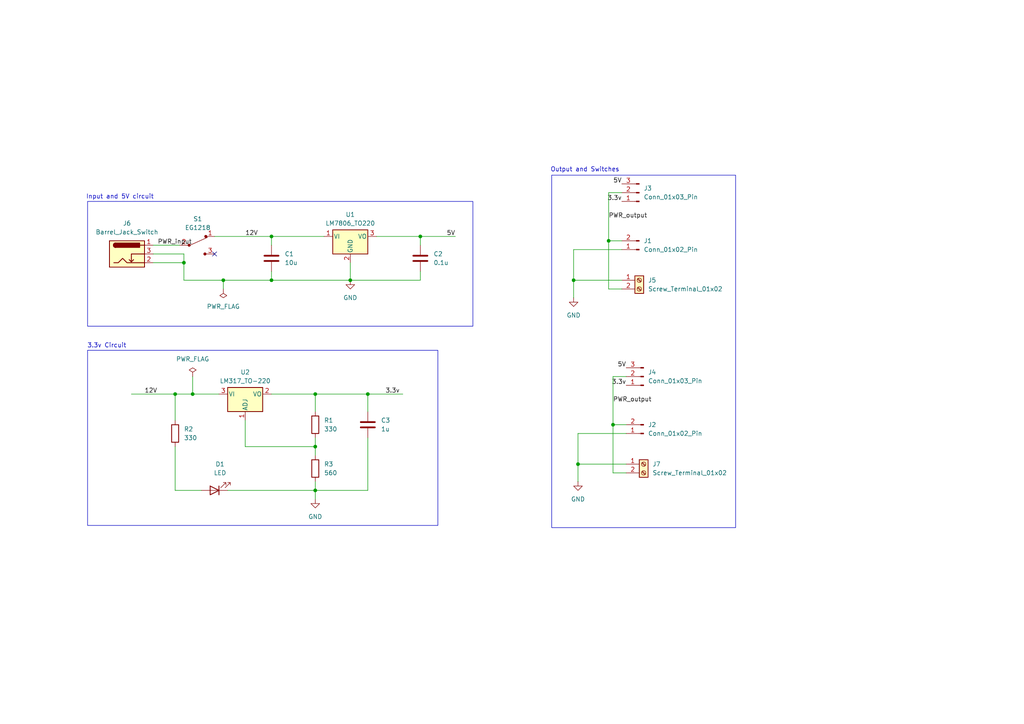
<source format=kicad_sch>
(kicad_sch (version 20250114) (generator "eeschema") (generator_version "9.0")
  (paper "A4")
  (title_block (title "POWER_SUPPLY_BB") (date "2025-04-23") (rev "0.0.2") (company "Gobal Krishnan"))
  (lib_symbols
    (symbol "Connector:Barrel_Jack_Switch" (pin_names (hide yes))
      (property "Reference" "J" (at 0 5.334 0))
      (property "Value" "Barrel_Jack_Switch" (at 0 -5.08 0))
      (symbol "Barrel_Jack_Switch_0_1"
        (rectangle (start -5.08 3.81) (end 5.08 -3.81) (stroke (width 0.254)) (fill (type background)))
        (polyline (pts (xy -3.81 -2.54) (xy -2.54 -2.54) (xy -1.27 -1.27) (xy 0 -2.54) (xy 2.54 -2.54) (xy 5.08 -2.54)) (stroke (width 0.254)))
        (arc (start -3.302 1.905) (mid -3.9343 2.54) (end -3.302 3.175) (stroke (width 0.254)))
        (arc (start -3.302 1.905) (mid -3.9343 2.54) (end -3.302 3.175) (stroke (width 0.254)) (fill (type outline)))
        (polyline (pts (xy 1.27 -2.286) (xy 1.905 -1.651)) (stroke (width 0.254)))
        (rectangle (start 3.683 3.175) (end -3.302 1.905) (stroke (width 0.254)) (fill (type outline)))
        (polyline (pts (xy 5.08 2.54) (xy 3.81 2.54)) (stroke (width 0.254)))
        (polyline (pts (xy 5.08 0) (xy 1.27 0) (xy 1.27 -2.286) (xy 0.635 -1.651)) (stroke (width 0.254)))
      )
      (symbol "Barrel_Jack_Switch_1_1"
        (pin passive line (at 7.62 2.54 180) (length 2.54) (name "~") (number "1"))
        (pin passive line (at 7.62 0 180) (length 2.54) (name "~") (number "3"))
        (pin passive line (at 7.62 -2.54 180) (length 2.54) (name "~") (number "2"))
      )
    )
    (symbol "Connector:Conn_01x02_Pin" (pin_names (offset 1.016) (hide yes))
      (property "Reference" "J" (at 0 2.54 0))
      (property "Value" "Conn_01x02_Pin" (at 0 -5.08 0))
      (symbol "Conn_01x02_Pin_1_1"
        (rectangle (start 0.8636 0.127) (end 0 -0.127) (stroke (width 0.1524)) (fill (type outline)))
        (rectangle (start 0.8636 -2.413) (end 0 -2.667) (stroke (width 0.1524)) (fill (type outline)))
        (polyline (pts (xy 1.27 0) (xy 0.8636 0)) (stroke (width 0.1524)))
        (polyline (pts (xy 1.27 -2.54) (xy 0.8636 -2.54)) (stroke (width 0.1524)))
        (pin passive line (at 5.08 0 180) (length 3.81) (name "Pin_1") (number "1"))
        (pin passive line (at 5.08 -2.54 180) (length 3.81) (name "Pin_2") (number "2"))
      )
    )
    (symbol "Connector:Conn_01x03_Pin" (pin_names (offset 1.016) (hide yes))
      (property "Reference" "J" (at 0 5.08 0))
      (property "Value" "Conn_01x03_Pin" (at 0 -5.08 0))
      (symbol "Conn_01x03_Pin_1_1"
        (rectangle (start 0.8636 2.667) (end 0 2.413) (stroke (width 0.1524)) (fill (type outline)))
        (rectangle (start 0.8636 0.127) (end 0 -0.127) (stroke (width 0.1524)) (fill (type outline)))
        (rectangle (start 0.8636 -2.413) (end 0 -2.667) (stroke (width 0.1524)) (fill (type outline)))
        (polyline (pts (xy 1.27 2.54) (xy 0.8636 2.54)) (stroke (width 0.1524)))
        (polyline (pts (xy 1.27 0) (xy 0.8636 0)) (stroke (width 0.1524)))
        (polyline (pts (xy 1.27 -2.54) (xy 0.8636 -2.54)) (stroke (width 0.1524)))
        (pin passive line (at 5.08 2.54 180) (length 3.81) (name "Pin_1") (number "1"))
        (pin passive line (at 5.08 0 180) (length 3.81) (name "Pin_2") (number "2"))
        (pin passive line (at 5.08 -2.54 180) (length 3.81) (name "Pin_3") (number "3"))
      )
    )
    (symbol "Connector:Screw_Terminal_01x02" (pin_names (offset 1.016) (hide yes))
      (property "Reference" "J" (at 0 2.54 0))
      (property "Value" "Screw_Terminal_01x02" (at 0 -5.08 0))
      (symbol "Screw_Terminal_01x02_1_1"
        (rectangle (start -1.27 1.27) (end 1.27 -3.81) (stroke (width 0.254)) (fill (type background)))
        (polyline (pts (xy -0.5334 0.3302) (xy 0.3302 -0.508)) (stroke (width 0.1524)))
        (polyline (pts (xy -0.5334 -2.2098) (xy 0.3302 -3.048)) (stroke (width 0.1524)))
        (polyline (pts (xy -0.3556 0.508) (xy 0.508 -0.3302)) (stroke (width 0.1524)))
        (polyline (pts (xy -0.3556 -2.032) (xy 0.508 -2.8702)) (stroke (width 0.1524)))
        (circle (center 0 0) (radius 0.635) (stroke (width 0.1524)))
        (circle (center 0 -2.54) (radius 0.635) (stroke (width 0.1524)))
        (pin passive line (at -5.08 0 0) (length 3.81) (name "Pin_1") (number "1"))
        (pin passive line (at -5.08 -2.54 0) (length 3.81) (name "Pin_2") (number "2"))
      )
    )
    (symbol "Device:C" (pin_numbers (hide yes)) (pin_names (offset 0.254))
      (property "Reference" "C" (at 0.635 2.54 0))
      (property "Value" "C" (at 0.635 -2.54 0))
      (symbol "C_0_1"
        (polyline (pts (xy -2.032 0.762) (xy 2.032 0.762)) (stroke (width 0.508)))
        (polyline (pts (xy -2.032 -0.762) (xy 2.032 -0.762)) (stroke (width 0.508)))
      )
      (symbol "C_1_1"
        (pin passive line (at 0 3.81 270) (length 2.794) (name "~") (number "1"))
        (pin passive line (at 0 -3.81 90) (length 2.794) (name "~") (number "2"))
      )
    )
    (symbol "Device:LED" (pin_numbers (hide yes)) (pin_names (offset 1.016) (hide yes))
      (property "Reference" "D" (at 0 2.54 0))
      (property "Value" "LED" (at 0 -2.54 0))
      (symbol "LED_0_1"
        (polyline (pts (xy -3.048 -0.762) (xy -4.572 -2.286) (xy -3.81 -2.286) (xy -4.572 -2.286) (xy -4.572 -1.524)))
        (polyline (pts (xy -1.778 -0.762) (xy -3.302 -2.286) (xy -2.54 -2.286) (xy -3.302 -2.286) (xy -3.302 -1.524)))
        (polyline (pts (xy -1.27 0) (xy 1.27 0)))
        (polyline (pts (xy -1.27 -1.27) (xy -1.27 1.27)) (stroke (width 0.254)))
        (polyline (pts (xy 1.27 -1.27) (xy 1.27 1.27) (xy -1.27 0) (xy 1.27 -1.27)) (stroke (width 0.254)))
      )
      (symbol "LED_1_1"
        (pin passive line (at -3.81 0 0) (length 2.54) (name "K") (number "1"))
        (pin passive line (at 3.81 0 180) (length 2.54) (name "A") (number "2"))
      )
    )
    (symbol "Device:R" (pin_numbers (hide yes)) (pin_names (offset 0))
      (property "Reference" "R" (at 2.032 0 90))
      (property "Value" "R" (at 0 0 90))
      (symbol "R_0_1"
        (rectangle (start -1.016 -2.54) (end 1.016 2.54) (stroke (width 0.254)))
      )
      (symbol "R_1_1"
        (pin passive line (at 0 3.81 270) (length 1.27) (name "~") (number "1"))
        (pin passive line (at 0 -3.81 90) (length 1.27) (name "~") (number "2"))
      )
    )
    (symbol "Regulator_Linear:LM317_TO-220" (pin_names (offset 0.254))
      (property "Reference" "U" (at -3.81 3.175 0))
      (property "Value" "LM317_TO-220" (at 0 3.175 0))
      (symbol "LM317_TO-220_0_1"
        (rectangle (start -5.08 1.905) (end 5.08 -5.08) (stroke (width 0.254)) (fill (type background)))
      )
      (symbol "LM317_TO-220_1_1"
        (pin power_in line (at -7.62 0 0) (length 2.54) (name "VI") (number "3"))
        (pin input line (at 0 -7.62 90) (length 2.54) (name "ADJ") (number "1"))
        (pin power_out line (at 7.62 0 180) (length 2.54) (name "VO") (number "2"))
      )
    )
    (symbol "Regulator_Linear:LM7806_TO220" (pin_names (offset 0.254))
      (property "Reference" "U" (at -3.81 3.175 0))
      (property "Value" "LM7806_TO220" (at 0 3.175 0))
      (symbol "LM7806_TO220_0_1"
        (rectangle (start -5.08 1.905) (end 5.08 -5.08) (stroke (width 0.254)) (fill (type background)))
      )
      (symbol "LM7806_TO220_1_1"
        (pin power_in line (at -7.62 0 0) (length 2.54) (name "VI") (number "1"))
        (pin power_in line (at 0 -7.62 90) (length 2.54) (name "GND") (number "2"))
        (pin power_out line (at 7.62 0 180) (length 2.54) (name "VO") (number "3"))
      )
    )
    (symbol "dk_Slide-Switches:EG1218" (pin_names (offset 0))
      (property "Reference" "S" (at -3.81 2.286 0))
      (property "Value" "EG1218" (at 0 -5.334 0))
      (symbol "EG1218_0_1"
        (circle (center -2.286 0) (radius 0.3556) (fill (type outline)))
        (polyline (pts (xy -2.032 0) (xy 3.048 2.286)))
        (circle (center 2.286 -2.54) (radius 0.3556) (fill (type outline)))
        (circle (center 2.54 2.54) (radius 0.3556) (fill (type outline)))
      )
      (symbol "EG1218_1_1"
        (pin passive line (at -5.08 0 0) (length 2.54) (name "~") (number "2"))
        (pin passive line (at 5.08 2.54 180) (length 2.54) (name "~") (number "1"))
        (pin passive line (at 5.08 -2.54 180) (length 2.54) (name "~") (number "3"))
      )
    )
    (symbol "power:GND" (power) (pin_numbers (hide yes)) (pin_names (offset 0) (hide yes))
      (property "Value" "GND" (at 0 -3.81 0))
      (symbol "GND_0_1"
        (polyline (pts (xy 0 0) (xy 0 -1.27) (xy 1.27 -1.27) (xy 0 -2.54) (xy -1.27 -1.27) (xy 0 -1.27)))
      )
      (symbol "GND_1_1"
        (pin power_in line (at 0 0 270) (length 0) (name "~") (number "1"))
      )
    )
    (symbol "power:PWR_FLAG" (power) (pin_numbers (hide yes)) (pin_names (offset 0) (hide yes))
      (property "Value" "PWR_FLAG" (at 0 3.81 0))
      (symbol "PWR_FLAG_0_0"
        (pin power_out line (at 0 0 90) (length 0) (name "~") (number "1"))
      )
      (symbol "PWR_FLAG_0_1"
        (polyline (pts (xy 0 0) (xy 0 1.27) (xy -1.016 1.905) (xy 0 2.54) (xy 1.016 1.905) (xy 0 1.27)))
      )
    )
  )
  (rectangle (start 25.4 101.6) (end 127 152.4))
  (rectangle (start 160.02 50.8) (end 213.36 153.035))
  (rectangle (start 25.4 58.42) (end 137.16 94.615))
  (text "3.3v Circuit" (at 30.988 100.33 0) (effects (font (size 1.27 1.27))))
  (text "Output and Switches" (at 169.672 49.276 0) (effects (font (size 1.27 1.27))))
  (text "Input and 5V circuit" (at 34.798 57.15 0) (effects (font (size 1.27 1.27))))
  (junction (at 106.68 114.3))
  (junction (at 121.92 68.58))
  (junction (at 167.64 134.62))
  (junction (at 64.77 81.28))
  (junction (at 101.6 81.28))
  (junction (at 91.44 114.3))
  (junction (at 177.8 123.19))
  (junction (at 91.44 129.54))
  (junction (at 176.53 69.85))
  (junction (at 53.34 76.2))
  (junction (at 78.74 81.28))
  (junction (at 78.74 68.58))
  (junction (at 55.88 114.3))
  (junction (at 91.44 142.24))
  (junction (at 50.8 114.3))
  (junction (at 166.37 81.28))
  (no_connect (at 62.23 73.66))
  (wire (pts (xy 91.44 129.54) (xy 91.44 132.08)))
  (wire (pts (xy 78.74 114.3) (xy 91.44 114.3)))
  (wire (pts (xy 181.61 125.73) (xy 167.64 125.73)))
  (wire (pts (xy 78.74 78.74) (xy 78.74 81.28)))
  (wire (pts (xy 121.92 78.74) (xy 121.92 81.28)))
  (wire (pts (xy 177.8 123.19) (xy 177.8 109.22)))
  (wire (pts (xy 176.53 55.88) (xy 180.34 55.88)))
  (wire (pts (xy 167.64 139.7) (xy 167.64 134.62)))
  (wire (pts (xy 78.74 81.28) (xy 101.6 81.28)))
  (wire (pts (xy 176.53 69.85) (xy 176.53 55.88)))
  (wire (pts (xy 91.44 142.24) (xy 91.44 144.78)))
  (wire (pts (xy 53.34 76.2) (xy 53.34 81.28)))
  (wire (pts (xy 121.92 81.28) (xy 101.6 81.28)))
  (wire (pts (xy 106.68 119.38) (xy 106.68 114.3)))
  (wire (pts (xy 78.74 68.58) (xy 93.98 68.58)))
  (wire (pts (xy 91.44 142.24) (xy 91.44 139.7)))
  (wire (pts (xy 180.34 83.82) (xy 176.53 83.82)))
  (wire (pts (xy 71.12 129.54) (xy 91.44 129.54)))
  (wire (pts (xy 66.04 142.24) (xy 91.44 142.24)))
  (wire (pts (xy 180.34 72.39) (xy 166.37 72.39)))
  (wire (pts (xy 64.77 81.28) (xy 78.74 81.28)))
  (wire (pts (xy 176.53 83.82) (xy 176.53 69.85)))
  (wire (pts (xy 50.8 142.24) (xy 58.42 142.24)))
  (wire (pts (xy 55.88 114.3) (xy 63.5 114.3)))
  (wire (pts (xy 181.61 137.16) (xy 177.8 137.16)))
  (wire (pts (xy 53.34 73.66) (xy 53.34 76.2)))
  (wire (pts (xy 44.45 76.2) (xy 53.34 76.2)))
  (wire (pts (xy 55.88 109.22) (xy 55.88 114.3)))
  (wire (pts (xy 53.34 81.28) (xy 64.77 81.28)))
  (wire (pts (xy 177.8 137.16) (xy 177.8 123.19)))
  (wire (pts (xy 44.45 73.66) (xy 53.34 73.66)))
  (wire (pts (xy 50.8 114.3) (xy 55.88 114.3)))
  (wire (pts (xy 91.44 127) (xy 91.44 129.54)))
  (wire (pts (xy 180.34 69.85) (xy 176.53 69.85)))
  (wire (pts (xy 91.44 114.3) (xy 91.44 119.38)))
  (wire (pts (xy 109.22 68.58) (xy 121.92 68.58)))
  (wire (pts (xy 167.64 134.62) (xy 181.61 134.62)))
  (wire (pts (xy 50.8 129.54) (xy 50.8 142.24)))
  (wire (pts (xy 38.1 114.3) (xy 50.8 114.3)))
  (wire (pts (xy 181.61 123.19) (xy 177.8 123.19)))
  (wire (pts (xy 166.37 86.36) (xy 166.37 81.28)))
  (wire (pts (xy 106.68 114.3) (xy 116.84 114.3)))
  (wire (pts (xy 50.8 121.92) (xy 50.8 114.3)))
  (wire (pts (xy 101.6 76.2) (xy 101.6 81.28)))
  (wire (pts (xy 121.92 68.58) (xy 132.08 68.58)))
  (wire (pts (xy 166.37 72.39) (xy 166.37 81.28)))
  (wire (pts (xy 71.12 121.92) (xy 71.12 129.54)))
  (wire (pts (xy 106.68 114.3) (xy 91.44 114.3)))
  (wire (pts (xy 44.45 71.12) (xy 52.07 71.12)))
  (wire (pts (xy 64.77 81.28) (xy 64.77 83.82)))
  (wire (pts (xy 167.64 125.73) (xy 167.64 134.62)))
  (wire (pts (xy 166.37 81.28) (xy 180.34 81.28)))
  (wire (pts (xy 121.92 71.12) (xy 121.92 68.58)))
  (wire (pts (xy 177.8 109.22) (xy 181.61 109.22)))
  (wire (pts (xy 106.68 127) (xy 106.68 142.24)))
  (wire (pts (xy 62.23 68.58) (xy 78.74 68.58)))
  (wire (pts (xy 106.68 142.24) (xy 91.44 142.24)))
  (wire (pts (xy 78.74 71.12) (xy 78.74 68.58)))
  (label "3.3v" (at 181.61 111.76 180))
  (label "PWR_output" (at 177.8 116.84 0))
  (label "5V" (at 180.34 53.34 180))
  (label "3.3v" (at 180.34 58.42 180))
  (label "5V" (at 181.61 106.68 180))
  (label "PWR_input" (at 45.72 71.12 0))
  (label "PWR_output" (at 176.53 63.5 0))
  (label "12V" (at 71.12 68.58 0))
  (label "5V" (at 129.54 68.58 0))
  (label "3.3v" (at 111.76 114.3 0))
  (label "12V" (at 41.91 114.3 0))
  (symbol (lib_id "Device:C") (at 121.92 74.93 0) (unit 1)
    (property "Reference" "C2" (at 125.73 73.6599 0) (effects (justify left)))
    (property "Value" "0.1u" (at 125.73 76.1999 0) (effects (justify left)))
    (property "Footprint" "Capacitor_THT:C_Disc_D3.0mm_W1.6mm_P2.50mm" (effects (hide yes)))
    (property "Description" "Unpolarized capacitor" (effects (hide yes)))
  )
  (symbol (lib_id "Connector:Conn_01x03_Pin") (at 186.69 109.22 180) (unit 1)
    (property "Reference" "J4" (at 187.96 107.9499 0) (effects (justify right)))
    (property "Value" "Conn_01x03_Pin" (at 187.96 110.4899 0) (effects (justify right)))
    (property "Footprint" "Connector_PinHeader_2.54mm:PinHeader_1x03_P2.54mm_Vertical" (effects (hide yes)))
    (property "Description" "Generic connector, single row, 01x03, script generated" (effects (hide yes)))
  )
  (symbol (lib_id "Connector:Screw_Terminal_01x02") (at 186.69 134.62 0) (unit 1)
    (property "Reference" "J7" (at 189.23 134.6199 0) (effects (justify left)))
    (property "Value" "Screw_Terminal_01x02" (at 189.23 137.1599 0) (effects (justify left)))
    (property "Footprint" "TerminalBlock:TerminalBlock_bornier-2_P5.08mm" (effects (hide yes)))
    (property "Description" "Generic screw terminal, single row, 01x02, script generated (kicad-library-utils/schlib/autogen/connector/)" (effects (hide yes)))
  )
  (symbol (lib_id "Device:R") (at 91.44 135.89 0) (unit 1)
    (property "Reference" "R3" (at 93.98 134.6199 0) (effects (justify left)))
    (property "Value" "560" (at 93.98 137.1599 0) (effects (justify left)))
    (property "Footprint" "Resistor_THT:R_Axial_DIN0204_L3.6mm_D1.6mm_P7.62mm_Horizontal" (effects (hide yes)))
    (property "Description" "Resistor" (effects (hide yes)))
  )
  (symbol (lib_id "Device:LED") (at 62.23 142.24 180) (unit 1)
    (property "Reference" "D1" (at 63.8175 134.62 0))
    (property "Value" "LED" (at 63.8175 137.16 0))
    (property "Footprint" "LED_THT:LED_D5.0mm" (effects (hide yes)))
    (property "Description" "Light emitting diode" (effects (hide yes)))
    (property "Sim.Pins" "1=K 2=A" (effects (hide yes)))
  )
  (symbol (lib_id "Device:R") (at 91.44 123.19 0) (unit 1)
    (property "Reference" "R1" (at 93.98 121.9199 0) (effects (justify left)))
    (property "Value" "330" (at 93.98 124.4599 0) (effects (justify left)))
    (property "Footprint" "Resistor_THT:R_Axial_DIN0204_L3.6mm_D1.6mm_P7.62mm_Horizontal" (effects (hide yes)))
    (property "Description" "Resistor" (effects (hide yes)))
  )
  (symbol (lib_id "power:GND") (at 167.64 139.7 0) (unit 1)
    (property "Reference" "#PWR04" (effects (hide yes)))
    (property "Value" "GND" (at 167.64 144.78 0))
    (property "Description" "Power symbol creates a global label with name \"GND\" , ground" (effects (hide yes)))
  )
  (symbol (lib_id "Regulator_Linear:LM317_TO-220") (at 71.12 114.3 0) (unit 1)
    (property "Reference" "U2" (at 71.12 107.95 0))
    (property "Value" "LM317_TO-220" (at 71.12 110.49 0))
    (property "Footprint" "Package_TO_SOT_THT:TO-220-3_Vertical" (effects (hide yes)))
    (property "Datasheet" "http://www.ti.com/lit/ds/symlink/lm317.pdf" (effects (hide yes)))
    (property "Description" "1.5A 35V Adjustable Linear Regulator, TO-220" (effects (hide yes)))
  )
  (symbol (lib_id "Device:C") (at 78.74 74.93 0) (unit 1)
    (property "Reference" "C1" (at 82.55 73.6599 0) (effects (justify left)))
    (property "Value" "10u" (at 82.55 76.1999 0) (effects (justify left)))
    (property "Footprint" "Capacitor_THT:C_Disc_D3.0mm_W1.6mm_P2.50mm" (effects (hide yes)))
    (property "Description" "Unpolarized capacitor" (effects (hide yes)))
  )
  (symbol (lib_id "power:GND") (at 91.44 144.78 0) (unit 1)
    (property "Reference" "#PWR02" (effects (hide yes)))
    (property "Value" "GND" (at 91.44 149.86 0))
    (property "Description" "Power symbol creates a global label with name \"GND\" , ground" (effects (hide yes)))
  )
  (symbol (lib_id "Connector:Conn_01x02_Pin") (at 186.69 125.73 180) (unit 1)
    (property "Reference" "J2" (at 187.96 123.1899 0) (effects (justify right)))
    (property "Value" "Conn_01x02_Pin" (at 187.96 125.7299 0) (effects (justify right)))
    (property "Footprint" "Connector_PinHeader_2.54mm:PinHeader_1x02_P2.54mm_Vertical" (effects (hide yes)))
    (property "Description" "Generic connector, single row, 01x02, script generated" (effects (hide yes)))
  )
  (symbol (lib_id "Device:R") (at 50.8 125.73 0) (unit 1)
    (property "Reference" "R2" (at 53.34 124.4599 0) (effects (justify left)))
    (property "Value" "330" (at 53.34 126.9999 0) (effects (justify left)))
    (property "Footprint" "Resistor_THT:R_Axial_DIN0204_L3.6mm_D1.6mm_P7.62mm_Horizontal" (effects (hide yes)))
    (property "Description" "Resistor" (effects (hide yes)))
  )
  (symbol (lib_id "power:PWR_FLAG") (at 55.88 109.22 0) (unit 1)
    (property "Reference" "#FLG02" (effects (hide yes)))
    (property "Value" "PWR_FLAG" (at 55.88 104.14 0))
    (property "Description" "Special symbol for telling ERC where power comes from" (effects (hide yes)))
  )
  (symbol (lib_id "power:GND") (at 101.6 81.28 0) (unit 1)
    (property "Reference" "#PWR01" (effects (hide yes)))
    (property "Value" "GND" (at 101.6 86.36 0))
    (property "Description" "Power symbol creates a global label with name \"GND\" , ground" (effects (hide yes)))
  )
  (symbol (lib_id "Connector:Conn_01x03_Pin") (at 185.42 55.88 180) (unit 1)
    (property "Reference" "J3" (at 186.69 54.6099 0) (effects (justify right)))
    (property "Value" "Conn_01x03_Pin" (at 186.69 57.1499 0) (effects (justify right)))
    (property "Footprint" "Connector_PinHeader_2.54mm:PinHeader_1x03_P2.54mm_Vertical" (effects (hide yes)))
    (property "Description" "Generic connector, single row, 01x03, script generated" (effects (hide yes)))
  )
  (symbol (lib_id "dk_Slide-Switches:EG1218") (at 57.15 71.12 0) (unit 1)
    (property "Reference" "S1" (at 57.3532 63.5 0))
    (property "Value" "EG1218" (at 57.3532 66.04 0))
    (property "Footprint" "digikey-footprints:Switch_Slide_11.6x4mm_EG1218" (effects (hide yes)))
    (property "Datasheet" "http://spec_sheets.e-switch.com/specs/P040040.pdf" (effects (hide yes)))
    (property "Description" "SWITCH SLIDE SPDT 200MA 30V" (effects (hide yes)))
    (property "Digi-Key_PN" "EG1903-ND" (effects (hide yes)))
    (property "MPN" "EG1218" (effects (hide yes)))
    (property "Category" "Switches" (effects (hide yes)))
    (property "Family" "Slide Switches" (effects (hide yes)))
    (property "DK_Datasheet_Link" "http://spec_sheets.e-switch.com/specs/P040040.pdf" (effects (hide yes)))
    (property "DK_Detail_Page" "/product-detail/en/e-switch/EG1218/EG1903-ND/101726" (effects (hide yes)))
    (property "Description_1" "SWITCH SLIDE SPDT 200MA 30V" (effects (hide yes)))
    (property "Manufacturer" "E-Switch" (effects (hide yes)))
    (property "Status" "Active" (effects (hide yes)))
  )
  (symbol (lib_id "Connector:Barrel_Jack_Switch") (at 36.83 73.66 0) (unit 1)
    (property "Reference" "J6" (at 36.83 64.77 0))
    (property "Value" "Barrel_Jack_Switch" (at 36.83 67.31 0))
    (property "Footprint" "Connector_BarrelJack:BarrelJack_Horizontal" (effects (hide yes)))
    (property "Description" "DC Barrel Jack with an internal switch" (effects (hide yes)))
  )
  (symbol (lib_id "Connector:Screw_Terminal_01x02") (at 185.42 81.28 0) (unit 1)
    (property "Reference" "J5" (at 187.96 81.2799 0) (effects (justify left)))
    (property "Value" "Screw_Terminal_01x02" (at 187.96 83.8199 0) (effects (justify left)))
    (property "Footprint" "TerminalBlock:TerminalBlock_bornier-2_P5.08mm" (effects (hide yes)))
    (property "Description" "Generic screw terminal, single row, 01x02, script generated (kicad-library-utils/schlib/autogen/connector/)" (effects (hide yes)))
  )
  (symbol (lib_id "power:PWR_FLAG") (at 64.77 83.82 180) (unit 1)
    (property "Reference" "#FLG01" (effects (hide yes)))
    (property "Value" "PWR_FLAG" (at 64.77 88.9 0))
    (property "Description" "Special symbol for telling ERC where power comes from" (effects (hide yes)))
  )
  (symbol (lib_id "Device:C") (at 106.68 123.19 0) (unit 1)
    (property "Reference" "C3" (at 110.49 121.9199 0) (effects (justify left)))
    (property "Value" "1u" (at 110.49 124.4599 0) (effects (justify left)))
    (property "Footprint" "Capacitor_THT:C_Disc_D3.0mm_W1.6mm_P2.50mm" (effects (hide yes)))
    (property "Description" "Unpolarized capacitor" (effects (hide yes)))
  )
  (symbol (lib_id "Connector:Conn_01x02_Pin") (at 185.42 72.39 180) (unit 1)
    (property "Reference" "J1" (at 186.69 69.8499 0) (effects (justify right)))
    (property "Value" "Conn_01x02_Pin" (at 186.69 72.3899 0) (effects (justify right)))
    (property "Footprint" "Connector_PinHeader_2.54mm:PinHeader_1x02_P2.54mm_Vertical" (effects (hide yes)))
    (property "Description" "Generic connector, single row, 01x02, script generated" (effects (hide yes)))
  )
  (symbol (lib_id "Regulator_Linear:LM7806_TO220") (at 101.6 68.58 0) (unit 1)
    (property "Reference" "U1" (at 101.6 62.23 0))
    (property "Value" "LM7806_TO220" (at 101.6 64.77 0))
    (property "Footprint" "Package_TO_SOT_THT:TO-220-3_Vertical" (effects (hide yes)))
    (property "Datasheet" "https://www.onsemi.cn/PowerSolutions/document/MC7800-D.PDF" (effects (hide yes)))
    (property "Description" "Positive 1A 35V Linear Regulator, Fixed Output 6V, TO-220" (effects (hide yes)))
  )
  (symbol (lib_id "power:GND") (at 166.37 86.36 0) (unit 1)
    (property "Reference" "#PWR03" (effects (hide yes)))
    (property "Value" "GND" (at 166.37 91.44 0))
    (property "Description" "Power symbol creates a global label with name \"GND\" , ground" (effects (hide yes)))
  )
)
</source>
